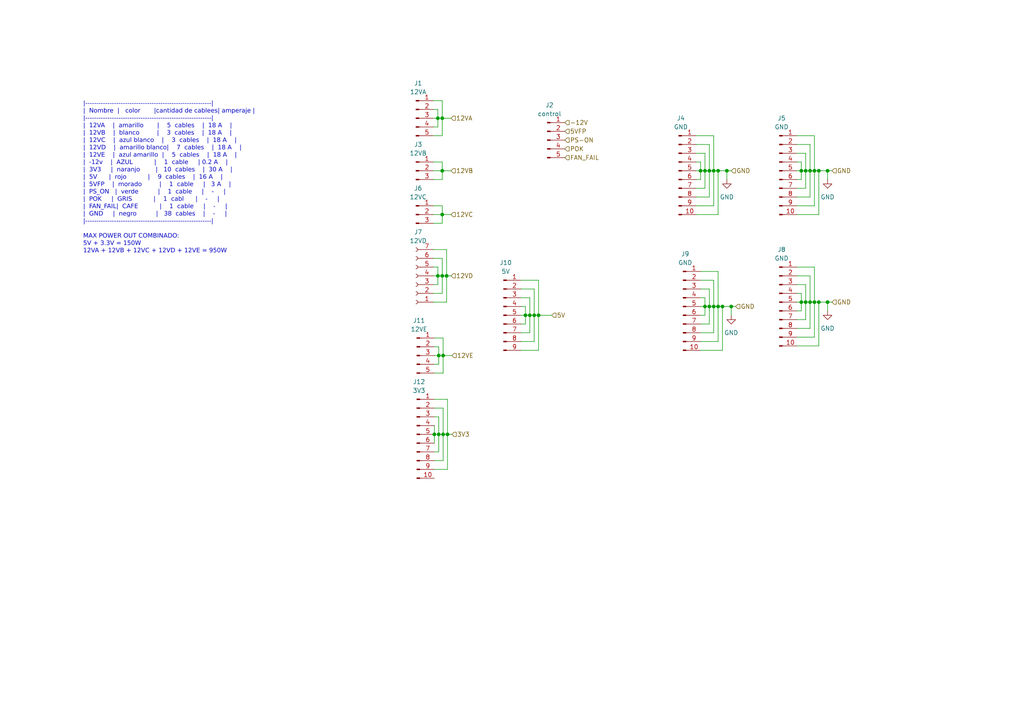
<source format=kicad_sch>
(kicad_sch (version 20230121) (generator eeschema)
  (paper "A4")
  (lib_symbols
    (symbol "Connector:Conn_01x03_Pin" (pin_names (offset 1.016) hide)
      (property "Reference" "J" (at 0 5.08 0))
      (property "Value" "Conn_01x03_Pin" (at 0 -5.08 0))
      (symbol "Conn_01x03_Pin_1_1"
        (polyline (pts (xy 1.27 -2.54) (xy 0.8636 -2.54)) (stroke (width 0.1524)))
        (polyline (pts (xy 1.27 0) (xy 0.8636 0)) (stroke (width 0.1524)))
        (polyline (pts (xy 1.27 2.54) (xy 0.8636 2.54)) (stroke (width 0.1524)))
        (rectangle (start 0.8636 -2.413) (end 0 -2.667) (stroke (width 0.1524)) (fill (type outline)))
        (rectangle (start 0.8636 0.127) (end 0 -0.127) (stroke (width 0.1524)) (fill (type outline)))
        (rectangle (start 0.8636 2.667) (end 0 2.413) (stroke (width 0.1524)) (fill (type outline)))
        (pin passive line (at 5.08 2.54 180) (length 3.81) (name "Pin_1") (number "1"))
        (pin passive line (at 5.08 0 180) (length 3.81) (name "Pin_2") (number "2"))
        (pin passive line (at 5.08 -2.54 180) (length 3.81) (name "Pin_3") (number "3"))
      )
    )
    (symbol "Connector:Conn_01x05_Pin" (pin_names (offset 1.016) hide)
      (property "Reference" "J" (at 0 7.62 0))
      (property "Value" "Conn_01x05_Pin" (at 0 -7.62 0))
      (symbol "Conn_01x05_Pin_1_1"
        (polyline (pts (xy 1.27 -5.08) (xy 0.8636 -5.08)) (stroke (width 0.1524)))
        (polyline (pts (xy 1.27 -2.54) (xy 0.8636 -2.54)) (stroke (width 0.1524)))
        (polyline (pts (xy 1.27 0) (xy 0.8636 0)) (stroke (width 0.1524)))
        (polyline (pts (xy 1.27 2.54) (xy 0.8636 2.54)) (stroke (width 0.1524)))
        (polyline (pts (xy 1.27 5.08) (xy 0.8636 5.08)) (stroke (width 0.1524)))
        (rectangle (start 0.8636 -4.953) (end 0 -5.207) (stroke (width 0.1524)) (fill (type outline)))
        (rectangle (start 0.8636 -2.413) (end 0 -2.667) (stroke (width 0.1524)) (fill (type outline)))
        (rectangle (start 0.8636 0.127) (end 0 -0.127) (stroke (width 0.1524)) (fill (type outline)))
        (rectangle (start 0.8636 2.667) (end 0 2.413) (stroke (width 0.1524)) (fill (type outline)))
        (rectangle (start 0.8636 5.207) (end 0 4.953) (stroke (width 0.1524)) (fill (type outline)))
        (pin passive line (at 5.08 5.08 180) (length 3.81) (name "Pin_1") (number "1"))
        (pin passive line (at 5.08 2.54 180) (length 3.81) (name "Pin_2") (number "2"))
        (pin passive line (at 5.08 0 180) (length 3.81) (name "Pin_3") (number "3"))
        (pin passive line (at 5.08 -2.54 180) (length 3.81) (name "Pin_4") (number "4"))
        (pin passive line (at 5.08 -5.08 180) (length 3.81) (name "Pin_5") (number "5"))
      )
    )
    (symbol "Connector:Conn_01x07_Socket" (pin_names (offset 1.016) hide)
      (property "Reference" "J" (at 0 10.16 0))
      (property "Value" "Conn_01x07_Socket" (at 0 -10.16 0))
      (symbol "Conn_01x07_Socket_1_1"
        (arc (start 0 -7.112) (mid -0.5058 -7.62) (end 0 -8.128) (stroke (width 0.1524)))
        (arc (start 0 -4.572) (mid -0.5058 -5.08) (end 0 -5.588) (stroke (width 0.1524)))
        (arc (start 0 -2.032) (mid -0.5058 -2.54) (end 0 -3.048) (stroke (width 0.1524)))
        (polyline (pts (xy -1.27 -7.62) (xy -0.508 -7.62)) (stroke (width 0.1524)))
        (polyline (pts (xy -1.27 -5.08) (xy -0.508 -5.08)) (stroke (width 0.1524)))
        (polyline (pts (xy -1.27 -2.54) (xy -0.508 -2.54)) (stroke (width 0.1524)))
        (polyline (pts (xy -1.27 0) (xy -0.508 0)) (stroke (width 0.1524)))
        (polyline (pts (xy -1.27 2.54) (xy -0.508 2.54)) (stroke (width 0.1524)))
        (polyline (pts (xy -1.27 5.08) (xy -0.508 5.08)) (stroke (width 0.1524)))
        (polyline (pts (xy -1.27 7.62) (xy -0.508 7.62)) (stroke (width 0.1524)))
        (arc (start 0 0.508) (mid -0.5058 0) (end 0 -0.508) (stroke (width 0.1524)))
        (arc (start 0 3.048) (mid -0.5058 2.54) (end 0 2.032) (stroke (width 0.1524)))
        (arc (start 0 5.588) (mid -0.5058 5.08) (end 0 4.572) (stroke (width 0.1524)))
        (arc (start 0 8.128) (mid -0.5058 7.62) (end 0 7.112) (stroke (width 0.1524)))
        (pin passive line (at -5.08 7.62 0) (length 3.81) (name "Pin_1") (number "1"))
        (pin passive line (at -5.08 5.08 0) (length 3.81) (name "Pin_2") (number "2"))
        (pin passive line (at -5.08 2.54 0) (length 3.81) (name "Pin_3") (number "3"))
        (pin passive line (at -5.08 0 0) (length 3.81) (name "Pin_4") (number "4"))
        (pin passive line (at -5.08 -2.54 0) (length 3.81) (name "Pin_5") (number "5"))
        (pin passive line (at -5.08 -5.08 0) (length 3.81) (name "Pin_6") (number "6"))
        (pin passive line (at -5.08 -7.62 0) (length 3.81) (name "Pin_7") (number "7"))
      )
    )
    (symbol "Connector:Conn_01x09_Pin" (pin_names (offset 1.016) hide)
      (property "Reference" "J" (at 0 12.7 0))
      (property "Value" "Conn_01x09_Pin" (at 0 -12.7 0))
      (symbol "Conn_01x09_Pin_1_1"
        (polyline (pts (xy 1.27 -10.16) (xy 0.8636 -10.16)) (stroke (width 0.1524)))
        (polyline (pts (xy 1.27 -7.62) (xy 0.8636 -7.62)) (stroke (width 0.1524)))
        (polyline (pts (xy 1.27 -5.08) (xy 0.8636 -5.08)) (stroke (width 0.1524)))
        (polyline (pts (xy 1.27 -2.54) (xy 0.8636 -2.54)) (stroke (width 0.1524)))
        (polyline (pts (xy 1.27 0) (xy 0.8636 0)) (stroke (width 0.1524)))
        (polyline (pts (xy 1.27 2.54) (xy 0.8636 2.54)) (stroke (width 0.1524)))
        (polyline (pts (xy 1.27 5.08) (xy 0.8636 5.08)) (stroke (width 0.1524)))
        (polyline (pts (xy 1.27 7.62) (xy 0.8636 7.62)) (stroke (width 0.1524)))
        (polyline (pts (xy 1.27 10.16) (xy 0.8636 10.16)) (stroke (width 0.1524)))
        (rectangle (start 0.8636 -10.033) (end 0 -10.287) (stroke (width 0.1524)) (fill (type outline)))
        (rectangle (start 0.8636 -7.493) (end 0 -7.747) (stroke (width 0.1524)) (fill (type outline)))
        (rectangle (start 0.8636 -4.953) (end 0 -5.207) (stroke (width 0.1524)) (fill (type outline)))
        (rectangle (start 0.8636 -2.413) (end 0 -2.667) (stroke (width 0.1524)) (fill (type outline)))
        (rectangle (start 0.8636 0.127) (end 0 -0.127) (stroke (width 0.1524)) (fill (type outline)))
        (rectangle (start 0.8636 2.667) (end 0 2.413) (stroke (width 0.1524)) (fill (type outline)))
        (rectangle (start 0.8636 5.207) (end 0 4.953) (stroke (width 0.1524)) (fill (type outline)))
        (rectangle (start 0.8636 7.747) (end 0 7.493) (stroke (width 0.1524)) (fill (type outline)))
        (rectangle (start 0.8636 10.287) (end 0 10.033) (stroke (width 0.1524)) (fill (type outline)))
        (pin passive line (at 5.08 10.16 180) (length 3.81) (name "Pin_1") (number "1"))
        (pin passive line (at 5.08 7.62 180) (length 3.81) (name "Pin_2") (number "2"))
        (pin passive line (at 5.08 5.08 180) (length 3.81) (name "Pin_3") (number "3"))
        (pin passive line (at 5.08 2.54 180) (length 3.81) (name "Pin_4") (number "4"))
        (pin passive line (at 5.08 0 180) (length 3.81) (name "Pin_5") (number "5"))
        (pin passive line (at 5.08 -2.54 180) (length 3.81) (name "Pin_6") (number "6"))
        (pin passive line (at 5.08 -5.08 180) (length 3.81) (name "Pin_7") (number "7"))
        (pin passive line (at 5.08 -7.62 180) (length 3.81) (name "Pin_8") (number "8"))
        (pin passive line (at 5.08 -10.16 180) (length 3.81) (name "Pin_9") (number "9"))
      )
    )
    (symbol "Connector:Conn_01x10_Pin" (pin_names (offset 1.016) hide)
      (property "Reference" "J" (at 0 12.7 0))
      (property "Value" "Conn_01x10_Pin" (at 0 -15.24 0))
      (symbol "Conn_01x10_Pin_1_1"
        (polyline (pts (xy 1.27 -12.7) (xy 0.8636 -12.7)) (stroke (width 0.1524)))
        (polyline (pts (xy 1.27 -10.16) (xy 0.8636 -10.16)) (stroke (width 0.1524)))
        (polyline (pts (xy 1.27 -7.62) (xy 0.8636 -7.62)) (stroke (width 0.1524)))
        (polyline (pts (xy 1.27 -5.08) (xy 0.8636 -5.08)) (stroke (width 0.1524)))
        (polyline (pts (xy 1.27 -2.54) (xy 0.8636 -2.54)) (stroke (width 0.1524)))
        (polyline (pts (xy 1.27 0) (xy 0.8636 0)) (stroke (width 0.1524)))
        (polyline (pts (xy 1.27 2.54) (xy 0.8636 2.54)) (stroke (width 0.1524)))
        (polyline (pts (xy 1.27 5.08) (xy 0.8636 5.08)) (stroke (width 0.1524)))
        (polyline (pts (xy 1.27 7.62) (xy 0.8636 7.62)) (stroke (width 0.1524)))
        (polyline (pts (xy 1.27 10.16) (xy 0.8636 10.16)) (stroke (width 0.1524)))
        (rectangle (start 0.8636 -12.573) (end 0 -12.827) (stroke (width 0.1524)) (fill (type outline)))
        (rectangle (start 0.8636 -10.033) (end 0 -10.287) (stroke (width 0.1524)) (fill (type outline)))
        (rectangle (start 0.8636 -7.493) (end 0 -7.747) (stroke (width 0.1524)) (fill (type outline)))
        (rectangle (start 0.8636 -4.953) (end 0 -5.207) (stroke (width 0.1524)) (fill (type outline)))
        (rectangle (start 0.8636 -2.413) (end 0 -2.667) (stroke (width 0.1524)) (fill (type outline)))
        (rectangle (start 0.8636 0.127) (end 0 -0.127) (stroke (width 0.1524)) (fill (type outline)))
        (rectangle (start 0.8636 2.667) (end 0 2.413) (stroke (width 0.1524)) (fill (type outline)))
        (rectangle (start 0.8636 5.207) (end 0 4.953) (stroke (width 0.1524)) (fill (type outline)))
        (rectangle (start 0.8636 7.747) (end 0 7.493) (stroke (width 0.1524)) (fill (type outline)))
        (rectangle (start 0.8636 10.287) (end 0 10.033) (stroke (width 0.1524)) (fill (type outline)))
        (pin passive line (at 5.08 10.16 180) (length 3.81) (name "Pin_1") (number "1"))
        (pin passive line (at 5.08 -12.7 180) (length 3.81) (name "Pin_10") (number "10"))
        (pin passive line (at 5.08 7.62 180) (length 3.81) (name "Pin_2") (number "2"))
        (pin passive line (at 5.08 5.08 180) (length 3.81) (name "Pin_3") (number "3"))
        (pin passive line (at 5.08 2.54 180) (length 3.81) (name "Pin_4") (number "4"))
        (pin passive line (at 5.08 0 180) (length 3.81) (name "Pin_5") (number "5"))
        (pin passive line (at 5.08 -2.54 180) (length 3.81) (name "Pin_6") (number "6"))
        (pin passive line (at 5.08 -5.08 180) (length 3.81) (name "Pin_7") (number "7"))
        (pin passive line (at 5.08 -7.62 180) (length 3.81) (name "Pin_8") (number "8"))
        (pin passive line (at 5.08 -10.16 180) (length 3.81) (name "Pin_9") (number "9"))
      )
    )
    (symbol "power:GND" (power) (pin_names (offset 0))
      (property "Value" "GND" (at 0 -3.81 0))
      (symbol "GND_0_1"
        (polyline (pts (xy 0 0) (xy 0 -1.27) (xy 1.27 -1.27) (xy 0 -2.54) (xy -1.27 -1.27) (xy 0 -1.27)))
      )
      (symbol "GND_1_1"
        (pin power_in line (at 0 0 270) (length 0) hide (name "GND") (number "1"))
      )
    )
  )
  (junction (at 232.41 49.53))
  (junction (at 233.68 49.53))
  (junction (at 236.22 49.53))
  (junction (at 127.254 125.984))
  (junction (at 129.794 125.984))
  (junction (at 156.21 91.44))
  (junction (at 128.27 49.53))
  (junction (at 234.95 87.63))
  (junction (at 233.68 87.63))
  (junction (at 207.01 88.9))
  (junction (at 210.82 49.53))
  (junction (at 237.49 87.63))
  (junction (at 205.74 88.9))
  (junction (at 208.28 88.9))
  (junction (at 208.28 49.53))
  (junction (at 128.27 80.01))
  (junction (at 204.47 88.9))
  (junction (at 127 34.29))
  (junction (at 234.95 49.53))
  (junction (at 205.74 49.53))
  (junction (at 204.47 49.53))
  (junction (at 240.03 49.53))
  (junction (at 128.27 34.29))
  (junction (at 232.41 87.63))
  (junction (at 128.27 62.23))
  (junction (at 125.984 125.984))
  (junction (at 236.22 87.63))
  (junction (at 240.03 87.63))
  (junction (at 203.2 49.53))
  (junction (at 128.524 103.124))
  (junction (at 209.55 88.9))
  (junction (at 127 80.01))
  (junction (at 154.94 91.44))
  (junction (at 153.67 91.44))
  (junction (at 237.49 49.53))
  (junction (at 129.54 80.01))
  (junction (at 212.09 88.9))
  (junction (at 152.4 91.44))
  (junction (at 207.01 49.53))
  (junction (at 128.524 125.984))
  (junction (at 127.254 103.124))
  (wire (pts (xy 234.95 57.15) (xy 234.95 49.53)))
  (wire (pts (xy 151.13 96.52) (xy 153.67 96.52)))
  (wire (pts (xy 125.73 64.77) (xy 128.27 64.77)))
  (wire (pts (xy 231.14 82.55) (xy 233.68 82.55)))
  (wire (pts (xy 125.984 120.904) (xy 127.254 120.904)))
  (wire (pts (xy 125.984 123.444) (xy 125.984 125.984)))
  (wire (pts (xy 205.74 93.98) (xy 205.74 88.9)))
  (wire (pts (xy 231.14 44.45) (xy 233.68 44.45)))
  (wire (pts (xy 125.73 31.75) (xy 127 31.75)))
  (wire (pts (xy 125.984 118.364) (xy 128.524 118.364)))
  (wire (pts (xy 127 82.55) (xy 127 80.01)))
  (wire (pts (xy 240.03 87.63) (xy 241.3 87.63)))
  (wire (pts (xy 231.14 100.33) (xy 237.49 100.33)))
  (wire (pts (xy 127 80.01) (xy 128.27 80.01)))
  (wire (pts (xy 231.14 57.15) (xy 234.95 57.15)))
  (wire (pts (xy 203.2 99.06) (xy 208.28 99.06)))
  (wire (pts (xy 233.68 92.71) (xy 233.68 87.63)))
  (wire (pts (xy 207.01 39.37) (xy 207.01 49.53)))
  (wire (pts (xy 231.14 39.37) (xy 236.22 39.37)))
  (wire (pts (xy 125.73 59.69) (xy 128.27 59.69)))
  (wire (pts (xy 128.27 46.99) (xy 128.27 49.53)))
  (wire (pts (xy 153.67 86.36) (xy 153.67 91.44)))
  (wire (pts (xy 129.54 80.01) (xy 130.81 80.01)))
  (wire (pts (xy 128.524 103.124) (xy 128.524 108.204)))
  (wire (pts (xy 231.14 49.53) (xy 232.41 49.53)))
  (wire (pts (xy 236.22 77.47) (xy 236.22 87.63)))
  (wire (pts (xy 153.67 91.44) (xy 154.94 91.44)))
  (wire (pts (xy 125.984 100.584) (xy 127.254 100.584)))
  (wire (pts (xy 128.27 80.01) (xy 129.54 80.01)))
  (wire (pts (xy 128.524 103.124) (xy 131.064 103.124)))
  (wire (pts (xy 212.09 88.9) (xy 213.36 88.9)))
  (wire (pts (xy 233.68 49.53) (xy 234.95 49.53)))
  (wire (pts (xy 203.2 96.52) (xy 207.01 96.52)))
  (wire (pts (xy 125.73 72.39) (xy 129.54 72.39)))
  (wire (pts (xy 231.14 46.99) (xy 232.41 46.99)))
  (wire (pts (xy 128.524 118.364) (xy 128.524 125.984)))
  (wire (pts (xy 210.82 49.53) (xy 210.82 52.07)))
  (wire (pts (xy 201.93 57.15) (xy 205.74 57.15)))
  (wire (pts (xy 212.09 88.9) (xy 212.09 91.44)))
  (wire (pts (xy 208.28 49.53) (xy 210.82 49.53)))
  (wire (pts (xy 232.41 49.53) (xy 233.68 49.53)))
  (wire (pts (xy 237.49 49.53) (xy 240.03 49.53)))
  (wire (pts (xy 231.14 80.01) (xy 234.95 80.01)))
  (wire (pts (xy 125.73 36.83) (xy 127 36.83)))
  (wire (pts (xy 125.73 34.29) (xy 127 34.29)))
  (wire (pts (xy 204.47 49.53) (xy 205.74 49.53)))
  (wire (pts (xy 233.68 82.55) (xy 233.68 87.63)))
  (wire (pts (xy 240.03 49.53) (xy 240.03 52.07)))
  (wire (pts (xy 233.68 54.61) (xy 233.68 49.53)))
  (wire (pts (xy 128.27 34.29) (xy 128.27 39.37)))
  (wire (pts (xy 236.22 97.79) (xy 236.22 87.63)))
  (wire (pts (xy 231.14 77.47) (xy 236.22 77.47)))
  (wire (pts (xy 125.73 29.21) (xy 128.27 29.21)))
  (wire (pts (xy 207.01 88.9) (xy 208.28 88.9)))
  (wire (pts (xy 231.14 85.09) (xy 232.41 85.09)))
  (wire (pts (xy 203.2 46.99) (xy 203.2 49.53)))
  (wire (pts (xy 205.74 83.82) (xy 205.74 88.9)))
  (wire (pts (xy 203.2 86.36) (xy 204.47 86.36)))
  (wire (pts (xy 203.2 49.53) (xy 203.2 52.07)))
  (wire (pts (xy 125.984 98.044) (xy 128.524 98.044)))
  (wire (pts (xy 127.254 100.584) (xy 127.254 103.124)))
  (wire (pts (xy 207.01 96.52) (xy 207.01 88.9)))
  (wire (pts (xy 208.28 78.74) (xy 208.28 88.9)))
  (wire (pts (xy 207.01 81.28) (xy 207.01 88.9)))
  (wire (pts (xy 231.14 95.25) (xy 234.95 95.25)))
  (wire (pts (xy 129.794 115.824) (xy 129.794 125.984)))
  (wire (pts (xy 231.14 41.91) (xy 234.95 41.91)))
  (wire (pts (xy 205.74 49.53) (xy 207.01 49.53)))
  (wire (pts (xy 237.49 62.23) (xy 237.49 49.53)))
  (wire (pts (xy 128.27 34.29) (xy 130.81 34.29)))
  (wire (pts (xy 125.984 131.064) (xy 127.254 131.064)))
  (wire (pts (xy 125.984 125.984) (xy 127.254 125.984)))
  (wire (pts (xy 236.22 49.53) (xy 237.49 49.53)))
  (wire (pts (xy 234.95 41.91) (xy 234.95 49.53)))
  (wire (pts (xy 209.55 88.9) (xy 212.09 88.9)))
  (wire (pts (xy 208.28 62.23) (xy 208.28 49.53)))
  (wire (pts (xy 231.14 92.71) (xy 233.68 92.71)))
  (wire (pts (xy 125.73 80.01) (xy 127 80.01)))
  (wire (pts (xy 125.984 103.124) (xy 127.254 103.124)))
  (wire (pts (xy 201.93 62.23) (xy 208.28 62.23)))
  (wire (pts (xy 128.27 59.69) (xy 128.27 62.23)))
  (wire (pts (xy 204.47 44.45) (xy 204.47 49.53)))
  (wire (pts (xy 125.984 115.824) (xy 129.794 115.824)))
  (wire (pts (xy 240.03 87.63) (xy 240.03 90.17)))
  (wire (pts (xy 205.74 57.15) (xy 205.74 49.53)))
  (wire (pts (xy 127.254 103.124) (xy 128.524 103.124)))
  (wire (pts (xy 232.41 49.53) (xy 232.41 52.07)))
  (wire (pts (xy 151.13 101.6) (xy 156.21 101.6)))
  (wire (pts (xy 128.27 74.93) (xy 128.27 80.01)))
  (wire (pts (xy 151.13 93.98) (xy 152.4 93.98)))
  (wire (pts (xy 208.28 99.06) (xy 208.28 88.9)))
  (wire (pts (xy 231.14 54.61) (xy 233.68 54.61)))
  (wire (pts (xy 127.254 131.064) (xy 127.254 125.984)))
  (wire (pts (xy 231.14 62.23) (xy 237.49 62.23)))
  (wire (pts (xy 151.13 88.9) (xy 152.4 88.9)))
  (wire (pts (xy 151.13 81.28) (xy 156.21 81.28)))
  (wire (pts (xy 127.254 103.124) (xy 127.254 105.664)))
  (wire (pts (xy 201.93 49.53) (xy 203.2 49.53)))
  (wire (pts (xy 237.49 100.33) (xy 237.49 87.63)))
  (wire (pts (xy 125.73 52.07) (xy 128.27 52.07)))
  (wire (pts (xy 231.14 52.07) (xy 232.41 52.07)))
  (wire (pts (xy 234.95 95.25) (xy 234.95 87.63)))
  (wire (pts (xy 151.13 86.36) (xy 153.67 86.36)))
  (wire (pts (xy 154.94 83.82) (xy 154.94 91.44)))
  (wire (pts (xy 156.21 101.6) (xy 156.21 91.44)))
  (wire (pts (xy 233.68 44.45) (xy 233.68 49.53)))
  (wire (pts (xy 125.73 77.47) (xy 127 77.47)))
  (wire (pts (xy 237.49 87.63) (xy 240.03 87.63)))
  (wire (pts (xy 125.73 87.63) (xy 129.54 87.63)))
  (wire (pts (xy 236.22 87.63) (xy 237.49 87.63)))
  (wire (pts (xy 204.47 86.36) (xy 204.47 88.9)))
  (wire (pts (xy 152.4 91.44) (xy 153.67 91.44)))
  (wire (pts (xy 203.2 81.28) (xy 207.01 81.28)))
  (wire (pts (xy 240.03 49.53) (xy 241.3 49.53)))
  (wire (pts (xy 128.27 80.01) (xy 128.27 85.09)))
  (wire (pts (xy 125.984 136.144) (xy 129.794 136.144)))
  (wire (pts (xy 125.984 105.664) (xy 127.254 105.664)))
  (wire (pts (xy 128.27 62.23) (xy 130.81 62.23)))
  (wire (pts (xy 152.4 91.44) (xy 152.4 93.98)))
  (wire (pts (xy 129.794 136.144) (xy 129.794 125.984)))
  (wire (pts (xy 205.74 88.9) (xy 207.01 88.9)))
  (wire (pts (xy 201.93 59.69) (xy 207.01 59.69)))
  (wire (pts (xy 204.47 88.9) (xy 205.74 88.9)))
  (wire (pts (xy 128.27 52.07) (xy 128.27 49.53)))
  (wire (pts (xy 231.14 90.17) (xy 232.41 90.17)))
  (wire (pts (xy 201.93 52.07) (xy 203.2 52.07)))
  (wire (pts (xy 127.254 125.984) (xy 128.524 125.984)))
  (wire (pts (xy 125.73 82.55) (xy 127 82.55)))
  (wire (pts (xy 201.93 44.45) (xy 204.47 44.45)))
  (wire (pts (xy 127 31.75) (xy 127 34.29)))
  (wire (pts (xy 204.47 54.61) (xy 204.47 49.53)))
  (wire (pts (xy 203.2 88.9) (xy 204.47 88.9)))
  (wire (pts (xy 236.22 59.69) (xy 236.22 49.53)))
  (wire (pts (xy 201.93 54.61) (xy 204.47 54.61)))
  (wire (pts (xy 203.2 83.82) (xy 205.74 83.82)))
  (wire (pts (xy 204.47 88.9) (xy 204.47 91.44)))
  (wire (pts (xy 232.41 46.99) (xy 232.41 49.53)))
  (wire (pts (xy 153.67 96.52) (xy 153.67 91.44)))
  (wire (pts (xy 125.984 133.604) (xy 128.524 133.604)))
  (wire (pts (xy 234.95 80.01) (xy 234.95 87.63)))
  (wire (pts (xy 156.21 91.44) (xy 160.02 91.44)))
  (wire (pts (xy 127.254 120.904) (xy 127.254 125.984)))
  (wire (pts (xy 152.4 88.9) (xy 152.4 91.44)))
  (wire (pts (xy 151.13 83.82) (xy 154.94 83.82)))
  (wire (pts (xy 125.73 74.93) (xy 128.27 74.93)))
  (wire (pts (xy 234.95 49.53) (xy 236.22 49.53)))
  (wire (pts (xy 210.82 49.53) (xy 212.09 49.53)))
  (wire (pts (xy 151.13 99.06) (xy 154.94 99.06)))
  (wire (pts (xy 154.94 99.06) (xy 154.94 91.44)))
  (wire (pts (xy 233.68 87.63) (xy 234.95 87.63)))
  (wire (pts (xy 127 77.47) (xy 127 80.01)))
  (wire (pts (xy 231.14 87.63) (xy 232.41 87.63)))
  (wire (pts (xy 232.41 87.63) (xy 232.41 90.17)))
  (wire (pts (xy 151.13 91.44) (xy 152.4 91.44)))
  (wire (pts (xy 125.984 108.204) (xy 128.524 108.204)))
  (wire (pts (xy 201.93 39.37) (xy 207.01 39.37)))
  (wire (pts (xy 203.2 93.98) (xy 205.74 93.98)))
  (wire (pts (xy 127 34.29) (xy 127 36.83)))
  (wire (pts (xy 205.74 41.91) (xy 205.74 49.53)))
  (wire (pts (xy 236.22 39.37) (xy 236.22 49.53)))
  (wire (pts (xy 128.524 98.044) (xy 128.524 103.124)))
  (wire (pts (xy 208.28 88.9) (xy 209.55 88.9)))
  (wire (pts (xy 234.95 87.63) (xy 236.22 87.63)))
  (wire (pts (xy 127 34.29) (xy 128.27 34.29)))
  (wire (pts (xy 209.55 101.6) (xy 209.55 88.9)))
  (wire (pts (xy 128.27 49.53) (xy 125.73 49.53)))
  (wire (pts (xy 128.524 125.984) (xy 129.794 125.984)))
  (wire (pts (xy 129.794 125.984) (xy 131.064 125.984)))
  (wire (pts (xy 232.41 85.09) (xy 232.41 87.63)))
  (wire (pts (xy 203.2 91.44) (xy 204.47 91.44)))
  (wire (pts (xy 125.73 46.99) (xy 128.27 46.99)))
  (wire (pts (xy 125.984 125.984) (xy 125.984 128.524)))
  (wire (pts (xy 232.41 87.63) (xy 233.68 87.63)))
  (wire (pts (xy 207.01 59.69) (xy 207.01 49.53)))
  (wire (pts (xy 207.01 49.53) (xy 208.28 49.53)))
  (wire (pts (xy 203.2 101.6) (xy 209.55 101.6)))
  (wire (pts (xy 203.2 49.53) (xy 204.47 49.53)))
  (wire (pts (xy 128.524 133.604) (xy 128.524 125.984)))
  (wire (pts (xy 129.54 87.63) (xy 129.54 80.01)))
  (wire (pts (xy 201.93 41.91) (xy 205.74 41.91)))
  (wire (pts (xy 128.27 29.21) (xy 128.27 34.29)))
  (wire (pts (xy 203.2 78.74) (xy 208.28 78.74)))
  (wire (pts (xy 128.27 64.77) (xy 128.27 62.23)))
  (wire (pts (xy 128.27 49.53) (xy 130.81 49.53)))
  (wire (pts (xy 201.93 46.99) (xy 203.2 46.99)))
  (wire (pts (xy 231.14 97.79) (xy 236.22 97.79)))
  (wire (pts (xy 125.73 62.23) (xy 128.27 62.23)))
  (wire (pts (xy 125.73 39.37) (xy 128.27 39.37)))
  (wire (pts (xy 129.54 72.39) (xy 129.54 80.01)))
  (wire (pts (xy 125.73 85.09) (xy 128.27 85.09)))
  (wire (pts (xy 156.21 81.28) (xy 156.21 91.44)))
  (wire (pts (xy 154.94 91.44) (xy 156.21 91.44)))
  (wire (pts (xy 231.14 59.69) (xy 236.22 59.69)))
  (text "|---------------------------------------------------------|\n|  Nombre  |   color       |cantidad de cablees| amperaje |\n|---------------------------------------------------------|\n|  12VA    |  amarillo       |    5  cables    |  18 A    |\n|  12VB    |  blanco         |    3  cables    |  18 A    |\n|  12VC    |  azul blanco    |    3  cables    |  18 A    |\n|  12VD    |  amarillo blanco|    7  cables    |  18 A    |\n|  12VE    |  azul amarillo  |    5  cables    |  18 A    |\n|  -12v    |  AZUL           |    1  cable     | 0.2 A    |\n|  3V3     |  naranjo        |   10  cables    |  30 A    |\n|  5V      |  rojo           |    9  cables    |  16 A    |\n|  5VFP    |  morado         |    1  cable     |   3 A    |\n|  PS_ON   |  verde          |    1  cable     |    -     |\n|  POK     |  GRIS           |    1  cabl      |    -     |\n|  FAN_FAIL|  CAFE           |    1  cable     |    -     |\n|  GND     |  negro          |   38  cables    |    -     |\n|---------------------------------------------------------|\n\nMAX POWER OUT COMBINADO:\n5V + 3.3V = 150W\n12VA + 12VB + 12VC + 12VD + 12VE = 950W\n\n\n" (at 24.13 78.232 0) (effects (font (size 1.27 1.27)) (justify left bottom)))
  (hierarchical_label "12VD" (shape input) (at 130.81 80.01 0))
  (hierarchical_label "-12V" (shape input) (at 163.83 35.56 0))
  (hierarchical_label "12VE" (shape input) (at 131.064 103.124 0))
  (hierarchical_label "5V" (shape input) (at 160.02 91.44 0))
  (hierarchical_label "GND" (shape input) (at 212.09 49.53 0))
  (hierarchical_label "FAN_FAIL" (shape input) (at 163.83 45.72 0))
  (hierarchical_label "POK" (shape input) (at 163.83 43.18 0))
  (hierarchical_label "3V3" (shape input) (at 131.064 125.984 0))
  (hierarchical_label "12VB" (shape input) (at 130.81 49.53 0))
  (hierarchical_label "5VFP" (shape input) (at 163.83 38.1 0))
  (hierarchical_label "12VC" (shape input) (at 130.81 62.23 0))
  (hierarchical_label "GND" (shape input) (at 241.3 49.53 0))
  (hierarchical_label "GND" (shape input) (at 213.36 88.9 0))
  (hierarchical_label "GND" (shape input) (at 241.3 87.63 0))
  (hierarchical_label "PS-ON" (shape input) (at 163.83 40.64 0))
  (hierarchical_label "12VA" (shape input) (at 130.81 34.29 0))
  (symbol (lib_id "power:GND") (at 212.09 91.44 0) (unit 1)
    (property "Reference" "#PWR05" (effects hide))
    (property "Value" "GND" (at 212.09 96.52 0))
  )
  (symbol (lib_id "power:GND") (at 240.03 90.17 0) (unit 1)
    (property "Reference" "#PWR04" (effects hide))
    (property "Value" "GND" (at 240.03 95.25 0))
  )
  (symbol (lib_id "Connector:Conn_01x05_Pin") (at 158.75 40.64 0) (unit 1)
    (property "Reference" "J2" (at 159.385 30.48 0))
    (property "Value" "control" (at 159.385 33.02 0))
    (property "Footprint" "Connector_JST:JST_ZE_B05B-ZESK-D_1x05_P1.50mm_Vertical" (effects hide))
  )
  (symbol (lib_id "Connector:Conn_01x10_Pin") (at 226.06 87.63 0) (unit 1)
    (property "Reference" "J8" (at 226.695 72.39 0))
    (property "Value" "GND" (at 226.695 74.93 0))
    (property "Footprint" "Connector_JST:JST_ZE_B10B-ZESK-D_1x10_P1.50mm_Vertical" (effects hide))
  )
  (symbol (lib_id "Connector:Conn_01x10_Pin") (at 198.12 88.9 0) (unit 1)
    (property "Reference" "J9" (at 198.755 73.66 0))
    (property "Value" "GND" (at 198.755 76.2 0))
    (property "Footprint" "Connector_JST:JST_ZE_B10B-ZESK-D_1x10_P1.50mm_Vertical" (effects hide))
  )
  (symbol (lib_id "Connector:Conn_01x05_Pin") (at 120.65 34.29 0) (unit 1)
    (property "Reference" "J1" (at 121.285 24.13 0))
    (property "Value" "12VA" (at 121.285 26.67 0))
    (property "Footprint" "Connector_JST:JST_ZE_B05B-ZESK-D_1x05_P1.50mm_Vertical" (effects hide))
  )
  (symbol (lib_id "Connector:Conn_01x10_Pin") (at 120.904 125.984 0) (unit 1)
    (property "Reference" "J12" (at 121.539 110.744 0))
    (property "Value" "3V3" (at 121.539 113.284 0))
    (property "Footprint" "Connector_JST:JST_ZE_B10B-ZESK-D_1x10_P1.50mm_Vertical" (effects hide))
  )
  (symbol (lib_id "Connector:Conn_01x10_Pin") (at 226.06 49.53 0) (unit 1)
    (property "Reference" "J5" (at 226.695 34.29 0))
    (property "Value" "GND" (at 226.695 36.83 0))
    (property "Footprint" "Connector_JST:JST_ZE_B10B-ZESK-D_1x10_P1.50mm_Vertical" (effects hide))
  )
  (symbol (lib_id "Connector:Conn_01x03_Pin") (at 120.65 62.23 0) (unit 1)
    (property "Reference" "J6" (at 121.285 54.61 0))
    (property "Value" "12VC" (at 121.285 57.15 0))
    (property "Footprint" "Connector_JST:JST_ZE_B03B-ZESK-D_1x03_P1.50mm_Vertical" (effects hide))
  )
  (symbol (lib_id "Connector:Conn_01x10_Pin") (at 196.85 49.53 0) (unit 1)
    (property "Reference" "J4" (at 197.485 34.29 0))
    (property "Value" "GND" (at 197.485 36.83 0))
    (property "Footprint" "Connector_JST:JST_ZE_B10B-ZESK-D_1x10_P1.50mm_Vertical" (effects hide))
  )
  (symbol (lib_id "Connector:Conn_01x05_Pin") (at 120.904 103.124 0) (unit 1)
    (property "Reference" "J11" (at 121.539 92.964 0))
    (property "Value" "12VE" (at 121.539 95.504 0))
    (property "Footprint" "Connector_JST:JST_ZE_B05B-ZESK-D_1x05_P1.50mm_Vertical" (effects hide))
  )
  (symbol (lib_id "Connector:Conn_01x07_Socket") (at 120.65 80.01 180) (unit 1)
    (property "Reference" "J7" (at 121.285 67.31 0))
    (property "Value" "12VD" (at 121.285 69.85 0))
    (property "Footprint" "Connector_JST:JST_ZE_B07B-ZESK-D_1x07_P1.50mm_Vertical" (effects hide))
  )
  (symbol (lib_id "power:GND") (at 210.82 52.07 0) (unit 1)
    (property "Reference" "#PWR02" (effects hide))
    (property "Value" "GND" (at 210.82 57.15 0))
  )
  (symbol (lib_id "power:GND") (at 240.03 52.07 0) (unit 1)
    (property "Reference" "#PWR03" (effects hide))
    (property "Value" "GND" (at 240.03 57.15 0))
  )
  (symbol (lib_id "Connector:Conn_01x03_Pin") (at 120.65 49.53 0) (unit 1)
    (property "Reference" "J3" (at 121.285 41.91 0))
    (property "Value" "12VB" (at 121.285 44.45 0))
    (property "Footprint" "Connector_JST:JST_ZE_B03B-ZESK-D_1x03_P1.50mm_Vertical" (effects hide))
  )
  (symbol (lib_id "Connector:Conn_01x09_Pin") (at 146.05 91.44 0) (unit 1)
    (property "Reference" "J10" (at 146.685 76.2 0))
    (property "Value" "5V" (at 146.685 78.74 0))
    (property "Footprint" "Connector_JST:JST_ZE_B09B-ZESK-1D_1x09_P1.50mm_Vertical" (effects hide))
  )
)
</source>
